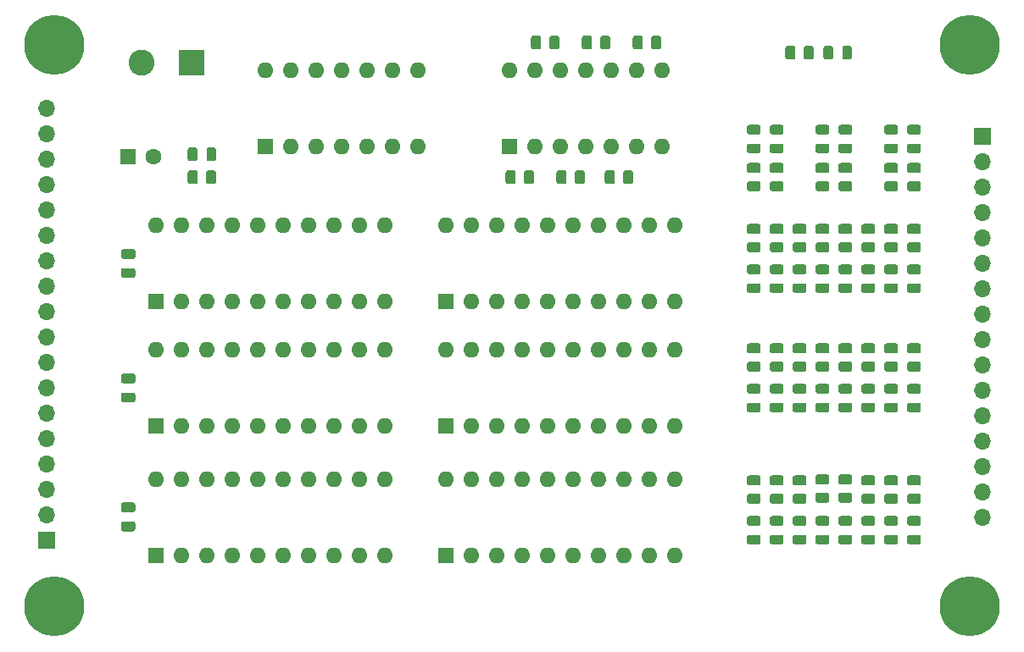
<source format=gbr>
%TF.GenerationSoftware,KiCad,Pcbnew,(5.1.9-0-10_14)*%
%TF.CreationDate,2021-07-04T10:57:11-04:00*%
%TF.ProjectId,register-smd,72656769-7374-4657-922d-736d642e6b69,rev?*%
%TF.SameCoordinates,Original*%
%TF.FileFunction,Soldermask,Top*%
%TF.FilePolarity,Negative*%
%FSLAX46Y46*%
G04 Gerber Fmt 4.6, Leading zero omitted, Abs format (unit mm)*
G04 Created by KiCad (PCBNEW (5.1.9-0-10_14)) date 2021-07-04 10:57:11*
%MOMM*%
%LPD*%
G01*
G04 APERTURE LIST*
%ADD10O,1.700000X1.700000*%
%ADD11R,1.700000X1.700000*%
%ADD12O,1.600000X1.600000*%
%ADD13R,1.600000X1.600000*%
%ADD14C,1.600000*%
%ADD15C,0.800000*%
%ADD16C,6.000000*%
%ADD17C,2.600000*%
%ADD18R,2.600000X2.600000*%
G04 APERTURE END LIST*
D10*
%TO.C,J2*%
X148590000Y-97028000D03*
X148590000Y-94488000D03*
X148590000Y-91948000D03*
X148590000Y-89408000D03*
X148590000Y-86868000D03*
X148590000Y-84328000D03*
X148590000Y-81788000D03*
X148590000Y-79248000D03*
X148590000Y-76708000D03*
X148590000Y-74168000D03*
X148590000Y-71628000D03*
X148590000Y-69088000D03*
X148590000Y-66548000D03*
X148590000Y-64008000D03*
X148590000Y-61468000D03*
D11*
X148590000Y-58928000D03*
%TD*%
%TO.C,R38*%
G36*
G01*
X71012000Y-63442002D02*
X71012000Y-62541998D01*
G75*
G02*
X71261998Y-62292000I249998J0D01*
G01*
X71787002Y-62292000D01*
G75*
G02*
X72037000Y-62541998I0J-249998D01*
G01*
X72037000Y-63442002D01*
G75*
G02*
X71787002Y-63692000I-249998J0D01*
G01*
X71261998Y-63692000D01*
G75*
G02*
X71012000Y-63442002I0J249998D01*
G01*
G37*
G36*
G01*
X69187000Y-63442002D02*
X69187000Y-62541998D01*
G75*
G02*
X69436998Y-62292000I249998J0D01*
G01*
X69962002Y-62292000D01*
G75*
G02*
X70212000Y-62541998I0J-249998D01*
G01*
X70212000Y-63442002D01*
G75*
G02*
X69962002Y-63692000I-249998J0D01*
G01*
X69436998Y-63692000D01*
G75*
G02*
X69187000Y-63442002I0J249998D01*
G01*
G37*
%TD*%
%TO.C,D32*%
G36*
G01*
X71062000Y-61162250D02*
X71062000Y-60249750D01*
G75*
G02*
X71305750Y-60006000I243750J0D01*
G01*
X71793250Y-60006000D01*
G75*
G02*
X72037000Y-60249750I0J-243750D01*
G01*
X72037000Y-61162250D01*
G75*
G02*
X71793250Y-61406000I-243750J0D01*
G01*
X71305750Y-61406000D01*
G75*
G02*
X71062000Y-61162250I0J243750D01*
G01*
G37*
G36*
G01*
X69187000Y-61162250D02*
X69187000Y-60249750D01*
G75*
G02*
X69430750Y-60006000I243750J0D01*
G01*
X69918250Y-60006000D01*
G75*
G02*
X70162000Y-60249750I0J-243750D01*
G01*
X70162000Y-61162250D01*
G75*
G02*
X69918250Y-61406000I-243750J0D01*
G01*
X69430750Y-61406000D01*
G75*
G02*
X69187000Y-61162250I0J243750D01*
G01*
G37*
%TD*%
D12*
%TO.C,U47*%
X66040000Y-67818000D03*
X88900000Y-75438000D03*
X68580000Y-67818000D03*
X86360000Y-75438000D03*
X71120000Y-67818000D03*
X83820000Y-75438000D03*
X73660000Y-67818000D03*
X81280000Y-75438000D03*
X76200000Y-67818000D03*
X78740000Y-75438000D03*
X78740000Y-67818000D03*
X76200000Y-75438000D03*
X81280000Y-67818000D03*
X73660000Y-75438000D03*
X83820000Y-67818000D03*
X71120000Y-75438000D03*
X86360000Y-67818000D03*
X68580000Y-75438000D03*
X88900000Y-67818000D03*
D13*
X66040000Y-75438000D03*
%TD*%
D12*
%TO.C,U7*%
X66040000Y-93218000D03*
X88900000Y-100838000D03*
X68580000Y-93218000D03*
X86360000Y-100838000D03*
X71120000Y-93218000D03*
X83820000Y-100838000D03*
X73660000Y-93218000D03*
X81280000Y-100838000D03*
X76200000Y-93218000D03*
X78740000Y-100838000D03*
X78740000Y-93218000D03*
X76200000Y-100838000D03*
X81280000Y-93218000D03*
X73660000Y-100838000D03*
X83820000Y-93218000D03*
X71120000Y-100838000D03*
X86360000Y-93218000D03*
X68580000Y-100838000D03*
X88900000Y-93218000D03*
D13*
X66040000Y-100838000D03*
%TD*%
D12*
%TO.C,U6*%
X94996000Y-93218000D03*
X117856000Y-100838000D03*
X97536000Y-93218000D03*
X115316000Y-100838000D03*
X100076000Y-93218000D03*
X112776000Y-100838000D03*
X102616000Y-93218000D03*
X110236000Y-100838000D03*
X105156000Y-93218000D03*
X107696000Y-100838000D03*
X107696000Y-93218000D03*
X105156000Y-100838000D03*
X110236000Y-93218000D03*
X102616000Y-100838000D03*
X112776000Y-93218000D03*
X100076000Y-100838000D03*
X115316000Y-93218000D03*
X97536000Y-100838000D03*
X117856000Y-93218000D03*
D13*
X94996000Y-100838000D03*
%TD*%
D12*
%TO.C,U5*%
X66040000Y-80264000D03*
X88900000Y-87884000D03*
X68580000Y-80264000D03*
X86360000Y-87884000D03*
X71120000Y-80264000D03*
X83820000Y-87884000D03*
X73660000Y-80264000D03*
X81280000Y-87884000D03*
X76200000Y-80264000D03*
X78740000Y-87884000D03*
X78740000Y-80264000D03*
X76200000Y-87884000D03*
X81280000Y-80264000D03*
X73660000Y-87884000D03*
X83820000Y-80264000D03*
X71120000Y-87884000D03*
X86360000Y-80264000D03*
X68580000Y-87884000D03*
X88900000Y-80264000D03*
D13*
X66040000Y-87884000D03*
%TD*%
D12*
%TO.C,U4*%
X101346000Y-52324000D03*
X116586000Y-59944000D03*
X103886000Y-52324000D03*
X114046000Y-59944000D03*
X106426000Y-52324000D03*
X111506000Y-59944000D03*
X108966000Y-52324000D03*
X108966000Y-59944000D03*
X111506000Y-52324000D03*
X106426000Y-59944000D03*
X114046000Y-52324000D03*
X103886000Y-59944000D03*
X116586000Y-52324000D03*
D13*
X101346000Y-59944000D03*
%TD*%
D12*
%TO.C,U3*%
X94996000Y-80264000D03*
X117856000Y-87884000D03*
X97536000Y-80264000D03*
X115316000Y-87884000D03*
X100076000Y-80264000D03*
X112776000Y-87884000D03*
X102616000Y-80264000D03*
X110236000Y-87884000D03*
X105156000Y-80264000D03*
X107696000Y-87884000D03*
X107696000Y-80264000D03*
X105156000Y-87884000D03*
X110236000Y-80264000D03*
X102616000Y-87884000D03*
X112776000Y-80264000D03*
X100076000Y-87884000D03*
X115316000Y-80264000D03*
X97536000Y-87884000D03*
X117856000Y-80264000D03*
D13*
X94996000Y-87884000D03*
%TD*%
D12*
%TO.C,U2*%
X76962000Y-52324000D03*
X92202000Y-59944000D03*
X79502000Y-52324000D03*
X89662000Y-59944000D03*
X82042000Y-52324000D03*
X87122000Y-59944000D03*
X84582000Y-52324000D03*
X84582000Y-59944000D03*
X87122000Y-52324000D03*
X82042000Y-59944000D03*
X89662000Y-52324000D03*
X79502000Y-59944000D03*
X92202000Y-52324000D03*
D13*
X76962000Y-59944000D03*
%TD*%
D12*
%TO.C,U1*%
X94996000Y-67818000D03*
X117856000Y-75438000D03*
X97536000Y-67818000D03*
X115316000Y-75438000D03*
X100076000Y-67818000D03*
X112776000Y-75438000D03*
X102616000Y-67818000D03*
X110236000Y-75438000D03*
X105156000Y-67818000D03*
X107696000Y-75438000D03*
X107696000Y-67818000D03*
X105156000Y-75438000D03*
X110236000Y-67818000D03*
X102616000Y-75438000D03*
X112776000Y-67818000D03*
X100076000Y-75438000D03*
X115316000Y-67818000D03*
X97536000Y-75438000D03*
X117856000Y-67818000D03*
D13*
X94996000Y-75438000D03*
%TD*%
%TO.C,R37*%
G36*
G01*
X104502000Y-49079998D02*
X104502000Y-49980002D01*
G75*
G02*
X104252002Y-50230000I-249998J0D01*
G01*
X103726998Y-50230000D01*
G75*
G02*
X103477000Y-49980002I0J249998D01*
G01*
X103477000Y-49079998D01*
G75*
G02*
X103726998Y-48830000I249998J0D01*
G01*
X104252002Y-48830000D01*
G75*
G02*
X104502000Y-49079998I0J-249998D01*
G01*
G37*
G36*
G01*
X106327000Y-49079998D02*
X106327000Y-49980002D01*
G75*
G02*
X106077002Y-50230000I-249998J0D01*
G01*
X105551998Y-50230000D01*
G75*
G02*
X105302000Y-49980002I0J249998D01*
G01*
X105302000Y-49079998D01*
G75*
G02*
X105551998Y-48830000I249998J0D01*
G01*
X106077002Y-48830000D01*
G75*
G02*
X106327000Y-49079998I0J-249998D01*
G01*
G37*
%TD*%
%TO.C,R36*%
G36*
G01*
X109582000Y-49079998D02*
X109582000Y-49980002D01*
G75*
G02*
X109332002Y-50230000I-249998J0D01*
G01*
X108806998Y-50230000D01*
G75*
G02*
X108557000Y-49980002I0J249998D01*
G01*
X108557000Y-49079998D01*
G75*
G02*
X108806998Y-48830000I249998J0D01*
G01*
X109332002Y-48830000D01*
G75*
G02*
X109582000Y-49079998I0J-249998D01*
G01*
G37*
G36*
G01*
X111407000Y-49079998D02*
X111407000Y-49980002D01*
G75*
G02*
X111157002Y-50230000I-249998J0D01*
G01*
X110631998Y-50230000D01*
G75*
G02*
X110382000Y-49980002I0J249998D01*
G01*
X110382000Y-49079998D01*
G75*
G02*
X110631998Y-48830000I249998J0D01*
G01*
X111157002Y-48830000D01*
G75*
G02*
X111407000Y-49079998I0J-249998D01*
G01*
G37*
%TD*%
%TO.C,R35*%
G36*
G01*
X114662000Y-49079998D02*
X114662000Y-49980002D01*
G75*
G02*
X114412002Y-50230000I-249998J0D01*
G01*
X113886998Y-50230000D01*
G75*
G02*
X113637000Y-49980002I0J249998D01*
G01*
X113637000Y-49079998D01*
G75*
G02*
X113886998Y-48830000I249998J0D01*
G01*
X114412002Y-48830000D01*
G75*
G02*
X114662000Y-49079998I0J-249998D01*
G01*
G37*
G36*
G01*
X116487000Y-49079998D02*
X116487000Y-49980002D01*
G75*
G02*
X116237002Y-50230000I-249998J0D01*
G01*
X115711998Y-50230000D01*
G75*
G02*
X115462000Y-49980002I0J249998D01*
G01*
X115462000Y-49079998D01*
G75*
G02*
X115711998Y-48830000I249998J0D01*
G01*
X116237002Y-48830000D01*
G75*
G02*
X116487000Y-49079998I0J-249998D01*
G01*
G37*
%TD*%
%TO.C,R34*%
G36*
G01*
X111868000Y-62541998D02*
X111868000Y-63442002D01*
G75*
G02*
X111618002Y-63692000I-249998J0D01*
G01*
X111092998Y-63692000D01*
G75*
G02*
X110843000Y-63442002I0J249998D01*
G01*
X110843000Y-62541998D01*
G75*
G02*
X111092998Y-62292000I249998J0D01*
G01*
X111618002Y-62292000D01*
G75*
G02*
X111868000Y-62541998I0J-249998D01*
G01*
G37*
G36*
G01*
X113693000Y-62541998D02*
X113693000Y-63442002D01*
G75*
G02*
X113443002Y-63692000I-249998J0D01*
G01*
X112917998Y-63692000D01*
G75*
G02*
X112668000Y-63442002I0J249998D01*
G01*
X112668000Y-62541998D01*
G75*
G02*
X112917998Y-62292000I249998J0D01*
G01*
X113443002Y-62292000D01*
G75*
G02*
X113693000Y-62541998I0J-249998D01*
G01*
G37*
%TD*%
%TO.C,R33*%
G36*
G01*
X107042000Y-62541998D02*
X107042000Y-63442002D01*
G75*
G02*
X106792002Y-63692000I-249998J0D01*
G01*
X106266998Y-63692000D01*
G75*
G02*
X106017000Y-63442002I0J249998D01*
G01*
X106017000Y-62541998D01*
G75*
G02*
X106266998Y-62292000I249998J0D01*
G01*
X106792002Y-62292000D01*
G75*
G02*
X107042000Y-62541998I0J-249998D01*
G01*
G37*
G36*
G01*
X108867000Y-62541998D02*
X108867000Y-63442002D01*
G75*
G02*
X108617002Y-63692000I-249998J0D01*
G01*
X108091998Y-63692000D01*
G75*
G02*
X107842000Y-63442002I0J249998D01*
G01*
X107842000Y-62541998D01*
G75*
G02*
X108091998Y-62292000I249998J0D01*
G01*
X108617002Y-62292000D01*
G75*
G02*
X108867000Y-62541998I0J-249998D01*
G01*
G37*
%TD*%
%TO.C,R32*%
G36*
G01*
X101962000Y-62541998D02*
X101962000Y-63442002D01*
G75*
G02*
X101712002Y-63692000I-249998J0D01*
G01*
X101186998Y-63692000D01*
G75*
G02*
X100937000Y-63442002I0J249998D01*
G01*
X100937000Y-62541998D01*
G75*
G02*
X101186998Y-62292000I249998J0D01*
G01*
X101712002Y-62292000D01*
G75*
G02*
X101962000Y-62541998I0J-249998D01*
G01*
G37*
G36*
G01*
X103787000Y-62541998D02*
X103787000Y-63442002D01*
G75*
G02*
X103537002Y-63692000I-249998J0D01*
G01*
X103011998Y-63692000D01*
G75*
G02*
X102762000Y-63442002I0J249998D01*
G01*
X102762000Y-62541998D01*
G75*
G02*
X103011998Y-62292000I249998J0D01*
G01*
X103537002Y-62292000D01*
G75*
G02*
X103787000Y-62541998I0J-249998D01*
G01*
G37*
%TD*%
D14*
%TO.C,C4*%
X65746000Y-60960000D03*
D13*
X63246000Y-60960000D03*
%TD*%
D10*
%TO.C,J8*%
X55118000Y-56134000D03*
X55118000Y-58674000D03*
X55118000Y-61214000D03*
X55118000Y-63754000D03*
X55118000Y-66294000D03*
X55118000Y-68834000D03*
X55118000Y-71374000D03*
X55118000Y-73914000D03*
X55118000Y-76454000D03*
X55118000Y-78994000D03*
X55118000Y-81534000D03*
X55118000Y-84074000D03*
X55118000Y-86614000D03*
X55118000Y-89154000D03*
X55118000Y-91694000D03*
X55118000Y-94234000D03*
X55118000Y-96774000D03*
D11*
X55118000Y-99314000D03*
%TD*%
D15*
%TO.C,REF\u002A\u002A*%
X148910990Y-104327010D03*
X147320000Y-103668000D03*
X145729010Y-104327010D03*
X145070000Y-105918000D03*
X145729010Y-107508990D03*
X147320000Y-108168000D03*
X148910990Y-107508990D03*
X149570000Y-105918000D03*
D16*
X147320000Y-105918000D03*
%TD*%
%TO.C,REF\u002A\u002A*%
X147320000Y-49784000D03*
D15*
X149570000Y-49784000D03*
X148910990Y-51374990D03*
X147320000Y-52034000D03*
X145729010Y-51374990D03*
X145070000Y-49784000D03*
X145729010Y-48193010D03*
X147320000Y-47534000D03*
X148910990Y-48193010D03*
%TD*%
%TO.C,R31*%
G36*
G01*
X141281998Y-63392000D02*
X142182002Y-63392000D01*
G75*
G02*
X142432000Y-63641998I0J-249998D01*
G01*
X142432000Y-64167002D01*
G75*
G02*
X142182002Y-64417000I-249998J0D01*
G01*
X141281998Y-64417000D01*
G75*
G02*
X141032000Y-64167002I0J249998D01*
G01*
X141032000Y-63641998D01*
G75*
G02*
X141281998Y-63392000I249998J0D01*
G01*
G37*
G36*
G01*
X141281998Y-61567000D02*
X142182002Y-61567000D01*
G75*
G02*
X142432000Y-61816998I0J-249998D01*
G01*
X142432000Y-62342002D01*
G75*
G02*
X142182002Y-62592000I-249998J0D01*
G01*
X141281998Y-62592000D01*
G75*
G02*
X141032000Y-62342002I0J249998D01*
G01*
X141032000Y-61816998D01*
G75*
G02*
X141281998Y-61567000I249998J0D01*
G01*
G37*
%TD*%
%TO.C,R30*%
G36*
G01*
X138995998Y-63392000D02*
X139896002Y-63392000D01*
G75*
G02*
X140146000Y-63641998I0J-249998D01*
G01*
X140146000Y-64167002D01*
G75*
G02*
X139896002Y-64417000I-249998J0D01*
G01*
X138995998Y-64417000D01*
G75*
G02*
X138746000Y-64167002I0J249998D01*
G01*
X138746000Y-63641998D01*
G75*
G02*
X138995998Y-63392000I249998J0D01*
G01*
G37*
G36*
G01*
X138995998Y-61567000D02*
X139896002Y-61567000D01*
G75*
G02*
X140146000Y-61816998I0J-249998D01*
G01*
X140146000Y-62342002D01*
G75*
G02*
X139896002Y-62592000I-249998J0D01*
G01*
X138995998Y-62592000D01*
G75*
G02*
X138746000Y-62342002I0J249998D01*
G01*
X138746000Y-61816998D01*
G75*
G02*
X138995998Y-61567000I249998J0D01*
G01*
G37*
%TD*%
%TO.C,R29*%
G36*
G01*
X126180002Y-93834000D02*
X125279998Y-93834000D01*
G75*
G02*
X125030000Y-93584002I0J249998D01*
G01*
X125030000Y-93058998D01*
G75*
G02*
X125279998Y-92809000I249998J0D01*
G01*
X126180002Y-92809000D01*
G75*
G02*
X126430000Y-93058998I0J-249998D01*
G01*
X126430000Y-93584002D01*
G75*
G02*
X126180002Y-93834000I-249998J0D01*
G01*
G37*
G36*
G01*
X126180002Y-95659000D02*
X125279998Y-95659000D01*
G75*
G02*
X125030000Y-95409002I0J249998D01*
G01*
X125030000Y-94883998D01*
G75*
G02*
X125279998Y-94634000I249998J0D01*
G01*
X126180002Y-94634000D01*
G75*
G02*
X126430000Y-94883998I0J-249998D01*
G01*
X126430000Y-95409002D01*
G75*
G02*
X126180002Y-95659000I-249998J0D01*
G01*
G37*
%TD*%
%TO.C,R28*%
G36*
G01*
X128466002Y-93834000D02*
X127565998Y-93834000D01*
G75*
G02*
X127316000Y-93584002I0J249998D01*
G01*
X127316000Y-93058998D01*
G75*
G02*
X127565998Y-92809000I249998J0D01*
G01*
X128466002Y-92809000D01*
G75*
G02*
X128716000Y-93058998I0J-249998D01*
G01*
X128716000Y-93584002D01*
G75*
G02*
X128466002Y-93834000I-249998J0D01*
G01*
G37*
G36*
G01*
X128466002Y-95659000D02*
X127565998Y-95659000D01*
G75*
G02*
X127316000Y-95409002I0J249998D01*
G01*
X127316000Y-94883998D01*
G75*
G02*
X127565998Y-94634000I249998J0D01*
G01*
X128466002Y-94634000D01*
G75*
G02*
X128716000Y-94883998I0J-249998D01*
G01*
X128716000Y-95409002D01*
G75*
G02*
X128466002Y-95659000I-249998J0D01*
G01*
G37*
%TD*%
%TO.C,R27*%
G36*
G01*
X130752002Y-93834000D02*
X129851998Y-93834000D01*
G75*
G02*
X129602000Y-93584002I0J249998D01*
G01*
X129602000Y-93058998D01*
G75*
G02*
X129851998Y-92809000I249998J0D01*
G01*
X130752002Y-92809000D01*
G75*
G02*
X131002000Y-93058998I0J-249998D01*
G01*
X131002000Y-93584002D01*
G75*
G02*
X130752002Y-93834000I-249998J0D01*
G01*
G37*
G36*
G01*
X130752002Y-95659000D02*
X129851998Y-95659000D01*
G75*
G02*
X129602000Y-95409002I0J249998D01*
G01*
X129602000Y-94883998D01*
G75*
G02*
X129851998Y-94634000I249998J0D01*
G01*
X130752002Y-94634000D01*
G75*
G02*
X131002000Y-94883998I0J-249998D01*
G01*
X131002000Y-95409002D01*
G75*
G02*
X130752002Y-95659000I-249998J0D01*
G01*
G37*
%TD*%
%TO.C,R26*%
G36*
G01*
X133038002Y-93730500D02*
X132137998Y-93730500D01*
G75*
G02*
X131888000Y-93480502I0J249998D01*
G01*
X131888000Y-92955498D01*
G75*
G02*
X132137998Y-92705500I249998J0D01*
G01*
X133038002Y-92705500D01*
G75*
G02*
X133288000Y-92955498I0J-249998D01*
G01*
X133288000Y-93480502D01*
G75*
G02*
X133038002Y-93730500I-249998J0D01*
G01*
G37*
G36*
G01*
X133038002Y-95555500D02*
X132137998Y-95555500D01*
G75*
G02*
X131888000Y-95305502I0J249998D01*
G01*
X131888000Y-94780498D01*
G75*
G02*
X132137998Y-94530500I249998J0D01*
G01*
X133038002Y-94530500D01*
G75*
G02*
X133288000Y-94780498I0J-249998D01*
G01*
X133288000Y-95305502D01*
G75*
G02*
X133038002Y-95555500I-249998J0D01*
G01*
G37*
%TD*%
%TO.C,R25*%
G36*
G01*
X135324002Y-93730500D02*
X134423998Y-93730500D01*
G75*
G02*
X134174000Y-93480502I0J249998D01*
G01*
X134174000Y-92955498D01*
G75*
G02*
X134423998Y-92705500I249998J0D01*
G01*
X135324002Y-92705500D01*
G75*
G02*
X135574000Y-92955498I0J-249998D01*
G01*
X135574000Y-93480502D01*
G75*
G02*
X135324002Y-93730500I-249998J0D01*
G01*
G37*
G36*
G01*
X135324002Y-95555500D02*
X134423998Y-95555500D01*
G75*
G02*
X134174000Y-95305502I0J249998D01*
G01*
X134174000Y-94780498D01*
G75*
G02*
X134423998Y-94530500I249998J0D01*
G01*
X135324002Y-94530500D01*
G75*
G02*
X135574000Y-94780498I0J-249998D01*
G01*
X135574000Y-95305502D01*
G75*
G02*
X135324002Y-95555500I-249998J0D01*
G01*
G37*
%TD*%
%TO.C,R24*%
G36*
G01*
X137610002Y-93834000D02*
X136709998Y-93834000D01*
G75*
G02*
X136460000Y-93584002I0J249998D01*
G01*
X136460000Y-93058998D01*
G75*
G02*
X136709998Y-92809000I249998J0D01*
G01*
X137610002Y-92809000D01*
G75*
G02*
X137860000Y-93058998I0J-249998D01*
G01*
X137860000Y-93584002D01*
G75*
G02*
X137610002Y-93834000I-249998J0D01*
G01*
G37*
G36*
G01*
X137610002Y-95659000D02*
X136709998Y-95659000D01*
G75*
G02*
X136460000Y-95409002I0J249998D01*
G01*
X136460000Y-94883998D01*
G75*
G02*
X136709998Y-94634000I249998J0D01*
G01*
X137610002Y-94634000D01*
G75*
G02*
X137860000Y-94883998I0J-249998D01*
G01*
X137860000Y-95409002D01*
G75*
G02*
X137610002Y-95659000I-249998J0D01*
G01*
G37*
%TD*%
%TO.C,R23*%
G36*
G01*
X139896002Y-93834000D02*
X138995998Y-93834000D01*
G75*
G02*
X138746000Y-93584002I0J249998D01*
G01*
X138746000Y-93058998D01*
G75*
G02*
X138995998Y-92809000I249998J0D01*
G01*
X139896002Y-92809000D01*
G75*
G02*
X140146000Y-93058998I0J-249998D01*
G01*
X140146000Y-93584002D01*
G75*
G02*
X139896002Y-93834000I-249998J0D01*
G01*
G37*
G36*
G01*
X139896002Y-95659000D02*
X138995998Y-95659000D01*
G75*
G02*
X138746000Y-95409002I0J249998D01*
G01*
X138746000Y-94883998D01*
G75*
G02*
X138995998Y-94634000I249998J0D01*
G01*
X139896002Y-94634000D01*
G75*
G02*
X140146000Y-94883998I0J-249998D01*
G01*
X140146000Y-95409002D01*
G75*
G02*
X139896002Y-95659000I-249998J0D01*
G01*
G37*
%TD*%
%TO.C,R22*%
G36*
G01*
X142182002Y-93834000D02*
X141281998Y-93834000D01*
G75*
G02*
X141032000Y-93584002I0J249998D01*
G01*
X141032000Y-93058998D01*
G75*
G02*
X141281998Y-92809000I249998J0D01*
G01*
X142182002Y-92809000D01*
G75*
G02*
X142432000Y-93058998I0J-249998D01*
G01*
X142432000Y-93584002D01*
G75*
G02*
X142182002Y-93834000I-249998J0D01*
G01*
G37*
G36*
G01*
X142182002Y-95659000D02*
X141281998Y-95659000D01*
G75*
G02*
X141032000Y-95409002I0J249998D01*
G01*
X141032000Y-94883998D01*
G75*
G02*
X141281998Y-94634000I249998J0D01*
G01*
X142182002Y-94634000D01*
G75*
G02*
X142432000Y-94883998I0J-249998D01*
G01*
X142432000Y-95409002D01*
G75*
G02*
X142182002Y-95659000I-249998J0D01*
G01*
G37*
%TD*%
%TO.C,D31*%
G36*
G01*
X142188250Y-58732000D02*
X141275750Y-58732000D01*
G75*
G02*
X141032000Y-58488250I0J243750D01*
G01*
X141032000Y-58000750D01*
G75*
G02*
X141275750Y-57757000I243750J0D01*
G01*
X142188250Y-57757000D01*
G75*
G02*
X142432000Y-58000750I0J-243750D01*
G01*
X142432000Y-58488250D01*
G75*
G02*
X142188250Y-58732000I-243750J0D01*
G01*
G37*
G36*
G01*
X142188250Y-60607000D02*
X141275750Y-60607000D01*
G75*
G02*
X141032000Y-60363250I0J243750D01*
G01*
X141032000Y-59875750D01*
G75*
G02*
X141275750Y-59632000I243750J0D01*
G01*
X142188250Y-59632000D01*
G75*
G02*
X142432000Y-59875750I0J-243750D01*
G01*
X142432000Y-60363250D01*
G75*
G02*
X142188250Y-60607000I-243750J0D01*
G01*
G37*
%TD*%
%TO.C,D30*%
G36*
G01*
X139902250Y-58732000D02*
X138989750Y-58732000D01*
G75*
G02*
X138746000Y-58488250I0J243750D01*
G01*
X138746000Y-58000750D01*
G75*
G02*
X138989750Y-57757000I243750J0D01*
G01*
X139902250Y-57757000D01*
G75*
G02*
X140146000Y-58000750I0J-243750D01*
G01*
X140146000Y-58488250D01*
G75*
G02*
X139902250Y-58732000I-243750J0D01*
G01*
G37*
G36*
G01*
X139902250Y-60607000D02*
X138989750Y-60607000D01*
G75*
G02*
X138746000Y-60363250I0J243750D01*
G01*
X138746000Y-59875750D01*
G75*
G02*
X138989750Y-59632000I243750J0D01*
G01*
X139902250Y-59632000D01*
G75*
G02*
X140146000Y-59875750I0J-243750D01*
G01*
X140146000Y-60363250D01*
G75*
G02*
X139902250Y-60607000I-243750J0D01*
G01*
G37*
%TD*%
%TO.C,D29*%
G36*
G01*
X125273750Y-98748000D02*
X126186250Y-98748000D01*
G75*
G02*
X126430000Y-98991750I0J-243750D01*
G01*
X126430000Y-99479250D01*
G75*
G02*
X126186250Y-99723000I-243750J0D01*
G01*
X125273750Y-99723000D01*
G75*
G02*
X125030000Y-99479250I0J243750D01*
G01*
X125030000Y-98991750D01*
G75*
G02*
X125273750Y-98748000I243750J0D01*
G01*
G37*
G36*
G01*
X125273750Y-96873000D02*
X126186250Y-96873000D01*
G75*
G02*
X126430000Y-97116750I0J-243750D01*
G01*
X126430000Y-97604250D01*
G75*
G02*
X126186250Y-97848000I-243750J0D01*
G01*
X125273750Y-97848000D01*
G75*
G02*
X125030000Y-97604250I0J243750D01*
G01*
X125030000Y-97116750D01*
G75*
G02*
X125273750Y-96873000I243750J0D01*
G01*
G37*
%TD*%
%TO.C,D28*%
G36*
G01*
X127559750Y-98748000D02*
X128472250Y-98748000D01*
G75*
G02*
X128716000Y-98991750I0J-243750D01*
G01*
X128716000Y-99479250D01*
G75*
G02*
X128472250Y-99723000I-243750J0D01*
G01*
X127559750Y-99723000D01*
G75*
G02*
X127316000Y-99479250I0J243750D01*
G01*
X127316000Y-98991750D01*
G75*
G02*
X127559750Y-98748000I243750J0D01*
G01*
G37*
G36*
G01*
X127559750Y-96873000D02*
X128472250Y-96873000D01*
G75*
G02*
X128716000Y-97116750I0J-243750D01*
G01*
X128716000Y-97604250D01*
G75*
G02*
X128472250Y-97848000I-243750J0D01*
G01*
X127559750Y-97848000D01*
G75*
G02*
X127316000Y-97604250I0J243750D01*
G01*
X127316000Y-97116750D01*
G75*
G02*
X127559750Y-96873000I243750J0D01*
G01*
G37*
%TD*%
%TO.C,D27*%
G36*
G01*
X129845750Y-98748000D02*
X130758250Y-98748000D01*
G75*
G02*
X131002000Y-98991750I0J-243750D01*
G01*
X131002000Y-99479250D01*
G75*
G02*
X130758250Y-99723000I-243750J0D01*
G01*
X129845750Y-99723000D01*
G75*
G02*
X129602000Y-99479250I0J243750D01*
G01*
X129602000Y-98991750D01*
G75*
G02*
X129845750Y-98748000I243750J0D01*
G01*
G37*
G36*
G01*
X129845750Y-96873000D02*
X130758250Y-96873000D01*
G75*
G02*
X131002000Y-97116750I0J-243750D01*
G01*
X131002000Y-97604250D01*
G75*
G02*
X130758250Y-97848000I-243750J0D01*
G01*
X129845750Y-97848000D01*
G75*
G02*
X129602000Y-97604250I0J243750D01*
G01*
X129602000Y-97116750D01*
G75*
G02*
X129845750Y-96873000I243750J0D01*
G01*
G37*
%TD*%
%TO.C,D26*%
G36*
G01*
X132131750Y-98748000D02*
X133044250Y-98748000D01*
G75*
G02*
X133288000Y-98991750I0J-243750D01*
G01*
X133288000Y-99479250D01*
G75*
G02*
X133044250Y-99723000I-243750J0D01*
G01*
X132131750Y-99723000D01*
G75*
G02*
X131888000Y-99479250I0J243750D01*
G01*
X131888000Y-98991750D01*
G75*
G02*
X132131750Y-98748000I243750J0D01*
G01*
G37*
G36*
G01*
X132131750Y-96873000D02*
X133044250Y-96873000D01*
G75*
G02*
X133288000Y-97116750I0J-243750D01*
G01*
X133288000Y-97604250D01*
G75*
G02*
X133044250Y-97848000I-243750J0D01*
G01*
X132131750Y-97848000D01*
G75*
G02*
X131888000Y-97604250I0J243750D01*
G01*
X131888000Y-97116750D01*
G75*
G02*
X132131750Y-96873000I243750J0D01*
G01*
G37*
%TD*%
%TO.C,D25*%
G36*
G01*
X134417750Y-98748000D02*
X135330250Y-98748000D01*
G75*
G02*
X135574000Y-98991750I0J-243750D01*
G01*
X135574000Y-99479250D01*
G75*
G02*
X135330250Y-99723000I-243750J0D01*
G01*
X134417750Y-99723000D01*
G75*
G02*
X134174000Y-99479250I0J243750D01*
G01*
X134174000Y-98991750D01*
G75*
G02*
X134417750Y-98748000I243750J0D01*
G01*
G37*
G36*
G01*
X134417750Y-96873000D02*
X135330250Y-96873000D01*
G75*
G02*
X135574000Y-97116750I0J-243750D01*
G01*
X135574000Y-97604250D01*
G75*
G02*
X135330250Y-97848000I-243750J0D01*
G01*
X134417750Y-97848000D01*
G75*
G02*
X134174000Y-97604250I0J243750D01*
G01*
X134174000Y-97116750D01*
G75*
G02*
X134417750Y-96873000I243750J0D01*
G01*
G37*
%TD*%
%TO.C,D24*%
G36*
G01*
X136703750Y-98748000D02*
X137616250Y-98748000D01*
G75*
G02*
X137860000Y-98991750I0J-243750D01*
G01*
X137860000Y-99479250D01*
G75*
G02*
X137616250Y-99723000I-243750J0D01*
G01*
X136703750Y-99723000D01*
G75*
G02*
X136460000Y-99479250I0J243750D01*
G01*
X136460000Y-98991750D01*
G75*
G02*
X136703750Y-98748000I243750J0D01*
G01*
G37*
G36*
G01*
X136703750Y-96873000D02*
X137616250Y-96873000D01*
G75*
G02*
X137860000Y-97116750I0J-243750D01*
G01*
X137860000Y-97604250D01*
G75*
G02*
X137616250Y-97848000I-243750J0D01*
G01*
X136703750Y-97848000D01*
G75*
G02*
X136460000Y-97604250I0J243750D01*
G01*
X136460000Y-97116750D01*
G75*
G02*
X136703750Y-96873000I243750J0D01*
G01*
G37*
%TD*%
%TO.C,D23*%
G36*
G01*
X138989750Y-98748000D02*
X139902250Y-98748000D01*
G75*
G02*
X140146000Y-98991750I0J-243750D01*
G01*
X140146000Y-99479250D01*
G75*
G02*
X139902250Y-99723000I-243750J0D01*
G01*
X138989750Y-99723000D01*
G75*
G02*
X138746000Y-99479250I0J243750D01*
G01*
X138746000Y-98991750D01*
G75*
G02*
X138989750Y-98748000I243750J0D01*
G01*
G37*
G36*
G01*
X138989750Y-96873000D02*
X139902250Y-96873000D01*
G75*
G02*
X140146000Y-97116750I0J-243750D01*
G01*
X140146000Y-97604250D01*
G75*
G02*
X139902250Y-97848000I-243750J0D01*
G01*
X138989750Y-97848000D01*
G75*
G02*
X138746000Y-97604250I0J243750D01*
G01*
X138746000Y-97116750D01*
G75*
G02*
X138989750Y-96873000I243750J0D01*
G01*
G37*
%TD*%
%TO.C,D22*%
G36*
G01*
X141275750Y-98748000D02*
X142188250Y-98748000D01*
G75*
G02*
X142432000Y-98991750I0J-243750D01*
G01*
X142432000Y-99479250D01*
G75*
G02*
X142188250Y-99723000I-243750J0D01*
G01*
X141275750Y-99723000D01*
G75*
G02*
X141032000Y-99479250I0J243750D01*
G01*
X141032000Y-98991750D01*
G75*
G02*
X141275750Y-98748000I243750J0D01*
G01*
G37*
G36*
G01*
X141275750Y-96873000D02*
X142188250Y-96873000D01*
G75*
G02*
X142432000Y-97116750I0J-243750D01*
G01*
X142432000Y-97604250D01*
G75*
G02*
X142188250Y-97848000I-243750J0D01*
G01*
X141275750Y-97848000D01*
G75*
G02*
X141032000Y-97604250I0J243750D01*
G01*
X141032000Y-97116750D01*
G75*
G02*
X141275750Y-96873000I243750J0D01*
G01*
G37*
%TD*%
D16*
%TO.C,REF\u002A\u002A*%
X55880000Y-105918000D03*
D15*
X58130000Y-105918000D03*
X57470990Y-107508990D03*
X55880000Y-108168000D03*
X54289010Y-107508990D03*
X53630000Y-105918000D03*
X54289010Y-104327010D03*
X55880000Y-103668000D03*
X57470990Y-104327010D03*
%TD*%
D17*
%TO.C,J1*%
X64596000Y-51562000D03*
D18*
X69596000Y-51562000D03*
%TD*%
D15*
%TO.C,REF\u002A\u002A*%
X57470990Y-48193010D03*
X55880000Y-47534000D03*
X54289010Y-48193010D03*
X53630000Y-49784000D03*
X54289010Y-51374990D03*
X55880000Y-52034000D03*
X57470990Y-51374990D03*
X58130000Y-49784000D03*
D16*
X55880000Y-49784000D03*
%TD*%
%TO.C,R21*%
G36*
G01*
X134423998Y-63392000D02*
X135324002Y-63392000D01*
G75*
G02*
X135574000Y-63641998I0J-249998D01*
G01*
X135574000Y-64167002D01*
G75*
G02*
X135324002Y-64417000I-249998J0D01*
G01*
X134423998Y-64417000D01*
G75*
G02*
X134174000Y-64167002I0J249998D01*
G01*
X134174000Y-63641998D01*
G75*
G02*
X134423998Y-63392000I249998J0D01*
G01*
G37*
G36*
G01*
X134423998Y-61567000D02*
X135324002Y-61567000D01*
G75*
G02*
X135574000Y-61816998I0J-249998D01*
G01*
X135574000Y-62342002D01*
G75*
G02*
X135324002Y-62592000I-249998J0D01*
G01*
X134423998Y-62592000D01*
G75*
G02*
X134174000Y-62342002I0J249998D01*
G01*
X134174000Y-61816998D01*
G75*
G02*
X134423998Y-61567000I249998J0D01*
G01*
G37*
%TD*%
%TO.C,R20*%
G36*
G01*
X132137998Y-63392000D02*
X133038002Y-63392000D01*
G75*
G02*
X133288000Y-63641998I0J-249998D01*
G01*
X133288000Y-64167002D01*
G75*
G02*
X133038002Y-64417000I-249998J0D01*
G01*
X132137998Y-64417000D01*
G75*
G02*
X131888000Y-64167002I0J249998D01*
G01*
X131888000Y-63641998D01*
G75*
G02*
X132137998Y-63392000I249998J0D01*
G01*
G37*
G36*
G01*
X132137998Y-61567000D02*
X133038002Y-61567000D01*
G75*
G02*
X133288000Y-61816998I0J-249998D01*
G01*
X133288000Y-62342002D01*
G75*
G02*
X133038002Y-62592000I-249998J0D01*
G01*
X132137998Y-62592000D01*
G75*
G02*
X131888000Y-62342002I0J249998D01*
G01*
X131888000Y-61816998D01*
G75*
G02*
X132137998Y-61567000I249998J0D01*
G01*
G37*
%TD*%
%TO.C,R19*%
G36*
G01*
X126180002Y-80626000D02*
X125279998Y-80626000D01*
G75*
G02*
X125030000Y-80376002I0J249998D01*
G01*
X125030000Y-79850998D01*
G75*
G02*
X125279998Y-79601000I249998J0D01*
G01*
X126180002Y-79601000D01*
G75*
G02*
X126430000Y-79850998I0J-249998D01*
G01*
X126430000Y-80376002D01*
G75*
G02*
X126180002Y-80626000I-249998J0D01*
G01*
G37*
G36*
G01*
X126180002Y-82451000D02*
X125279998Y-82451000D01*
G75*
G02*
X125030000Y-82201002I0J249998D01*
G01*
X125030000Y-81675998D01*
G75*
G02*
X125279998Y-81426000I249998J0D01*
G01*
X126180002Y-81426000D01*
G75*
G02*
X126430000Y-81675998I0J-249998D01*
G01*
X126430000Y-82201002D01*
G75*
G02*
X126180002Y-82451000I-249998J0D01*
G01*
G37*
%TD*%
%TO.C,R18*%
G36*
G01*
X128466002Y-80626000D02*
X127565998Y-80626000D01*
G75*
G02*
X127316000Y-80376002I0J249998D01*
G01*
X127316000Y-79850998D01*
G75*
G02*
X127565998Y-79601000I249998J0D01*
G01*
X128466002Y-79601000D01*
G75*
G02*
X128716000Y-79850998I0J-249998D01*
G01*
X128716000Y-80376002D01*
G75*
G02*
X128466002Y-80626000I-249998J0D01*
G01*
G37*
G36*
G01*
X128466002Y-82451000D02*
X127565998Y-82451000D01*
G75*
G02*
X127316000Y-82201002I0J249998D01*
G01*
X127316000Y-81675998D01*
G75*
G02*
X127565998Y-81426000I249998J0D01*
G01*
X128466002Y-81426000D01*
G75*
G02*
X128716000Y-81675998I0J-249998D01*
G01*
X128716000Y-82201002D01*
G75*
G02*
X128466002Y-82451000I-249998J0D01*
G01*
G37*
%TD*%
%TO.C,R17*%
G36*
G01*
X130752002Y-80626000D02*
X129851998Y-80626000D01*
G75*
G02*
X129602000Y-80376002I0J249998D01*
G01*
X129602000Y-79850998D01*
G75*
G02*
X129851998Y-79601000I249998J0D01*
G01*
X130752002Y-79601000D01*
G75*
G02*
X131002000Y-79850998I0J-249998D01*
G01*
X131002000Y-80376002D01*
G75*
G02*
X130752002Y-80626000I-249998J0D01*
G01*
G37*
G36*
G01*
X130752002Y-82451000D02*
X129851998Y-82451000D01*
G75*
G02*
X129602000Y-82201002I0J249998D01*
G01*
X129602000Y-81675998D01*
G75*
G02*
X129851998Y-81426000I249998J0D01*
G01*
X130752002Y-81426000D01*
G75*
G02*
X131002000Y-81675998I0J-249998D01*
G01*
X131002000Y-82201002D01*
G75*
G02*
X130752002Y-82451000I-249998J0D01*
G01*
G37*
%TD*%
%TO.C,R16*%
G36*
G01*
X133038002Y-80626000D02*
X132137998Y-80626000D01*
G75*
G02*
X131888000Y-80376002I0J249998D01*
G01*
X131888000Y-79850998D01*
G75*
G02*
X132137998Y-79601000I249998J0D01*
G01*
X133038002Y-79601000D01*
G75*
G02*
X133288000Y-79850998I0J-249998D01*
G01*
X133288000Y-80376002D01*
G75*
G02*
X133038002Y-80626000I-249998J0D01*
G01*
G37*
G36*
G01*
X133038002Y-82451000D02*
X132137998Y-82451000D01*
G75*
G02*
X131888000Y-82201002I0J249998D01*
G01*
X131888000Y-81675998D01*
G75*
G02*
X132137998Y-81426000I249998J0D01*
G01*
X133038002Y-81426000D01*
G75*
G02*
X133288000Y-81675998I0J-249998D01*
G01*
X133288000Y-82201002D01*
G75*
G02*
X133038002Y-82451000I-249998J0D01*
G01*
G37*
%TD*%
%TO.C,R15*%
G36*
G01*
X135324002Y-80626000D02*
X134423998Y-80626000D01*
G75*
G02*
X134174000Y-80376002I0J249998D01*
G01*
X134174000Y-79850998D01*
G75*
G02*
X134423998Y-79601000I249998J0D01*
G01*
X135324002Y-79601000D01*
G75*
G02*
X135574000Y-79850998I0J-249998D01*
G01*
X135574000Y-80376002D01*
G75*
G02*
X135324002Y-80626000I-249998J0D01*
G01*
G37*
G36*
G01*
X135324002Y-82451000D02*
X134423998Y-82451000D01*
G75*
G02*
X134174000Y-82201002I0J249998D01*
G01*
X134174000Y-81675998D01*
G75*
G02*
X134423998Y-81426000I249998J0D01*
G01*
X135324002Y-81426000D01*
G75*
G02*
X135574000Y-81675998I0J-249998D01*
G01*
X135574000Y-82201002D01*
G75*
G02*
X135324002Y-82451000I-249998J0D01*
G01*
G37*
%TD*%
%TO.C,R14*%
G36*
G01*
X137610002Y-80626000D02*
X136709998Y-80626000D01*
G75*
G02*
X136460000Y-80376002I0J249998D01*
G01*
X136460000Y-79850998D01*
G75*
G02*
X136709998Y-79601000I249998J0D01*
G01*
X137610002Y-79601000D01*
G75*
G02*
X137860000Y-79850998I0J-249998D01*
G01*
X137860000Y-80376002D01*
G75*
G02*
X137610002Y-80626000I-249998J0D01*
G01*
G37*
G36*
G01*
X137610002Y-82451000D02*
X136709998Y-82451000D01*
G75*
G02*
X136460000Y-82201002I0J249998D01*
G01*
X136460000Y-81675998D01*
G75*
G02*
X136709998Y-81426000I249998J0D01*
G01*
X137610002Y-81426000D01*
G75*
G02*
X137860000Y-81675998I0J-249998D01*
G01*
X137860000Y-82201002D01*
G75*
G02*
X137610002Y-82451000I-249998J0D01*
G01*
G37*
%TD*%
%TO.C,R13*%
G36*
G01*
X139896002Y-80626000D02*
X138995998Y-80626000D01*
G75*
G02*
X138746000Y-80376002I0J249998D01*
G01*
X138746000Y-79850998D01*
G75*
G02*
X138995998Y-79601000I249998J0D01*
G01*
X139896002Y-79601000D01*
G75*
G02*
X140146000Y-79850998I0J-249998D01*
G01*
X140146000Y-80376002D01*
G75*
G02*
X139896002Y-80626000I-249998J0D01*
G01*
G37*
G36*
G01*
X139896002Y-82451000D02*
X138995998Y-82451000D01*
G75*
G02*
X138746000Y-82201002I0J249998D01*
G01*
X138746000Y-81675998D01*
G75*
G02*
X138995998Y-81426000I249998J0D01*
G01*
X139896002Y-81426000D01*
G75*
G02*
X140146000Y-81675998I0J-249998D01*
G01*
X140146000Y-82201002D01*
G75*
G02*
X139896002Y-82451000I-249998J0D01*
G01*
G37*
%TD*%
%TO.C,R12*%
G36*
G01*
X142182002Y-80626000D02*
X141281998Y-80626000D01*
G75*
G02*
X141032000Y-80376002I0J249998D01*
G01*
X141032000Y-79850998D01*
G75*
G02*
X141281998Y-79601000I249998J0D01*
G01*
X142182002Y-79601000D01*
G75*
G02*
X142432000Y-79850998I0J-249998D01*
G01*
X142432000Y-80376002D01*
G75*
G02*
X142182002Y-80626000I-249998J0D01*
G01*
G37*
G36*
G01*
X142182002Y-82451000D02*
X141281998Y-82451000D01*
G75*
G02*
X141032000Y-82201002I0J249998D01*
G01*
X141032000Y-81675998D01*
G75*
G02*
X141281998Y-81426000I249998J0D01*
G01*
X142182002Y-81426000D01*
G75*
G02*
X142432000Y-81675998I0J-249998D01*
G01*
X142432000Y-82201002D01*
G75*
G02*
X142182002Y-82451000I-249998J0D01*
G01*
G37*
%TD*%
%TO.C,D21*%
G36*
G01*
X135330250Y-58732000D02*
X134417750Y-58732000D01*
G75*
G02*
X134174000Y-58488250I0J243750D01*
G01*
X134174000Y-58000750D01*
G75*
G02*
X134417750Y-57757000I243750J0D01*
G01*
X135330250Y-57757000D01*
G75*
G02*
X135574000Y-58000750I0J-243750D01*
G01*
X135574000Y-58488250D01*
G75*
G02*
X135330250Y-58732000I-243750J0D01*
G01*
G37*
G36*
G01*
X135330250Y-60607000D02*
X134417750Y-60607000D01*
G75*
G02*
X134174000Y-60363250I0J243750D01*
G01*
X134174000Y-59875750D01*
G75*
G02*
X134417750Y-59632000I243750J0D01*
G01*
X135330250Y-59632000D01*
G75*
G02*
X135574000Y-59875750I0J-243750D01*
G01*
X135574000Y-60363250D01*
G75*
G02*
X135330250Y-60607000I-243750J0D01*
G01*
G37*
%TD*%
%TO.C,D20*%
G36*
G01*
X133044250Y-58732000D02*
X132131750Y-58732000D01*
G75*
G02*
X131888000Y-58488250I0J243750D01*
G01*
X131888000Y-58000750D01*
G75*
G02*
X132131750Y-57757000I243750J0D01*
G01*
X133044250Y-57757000D01*
G75*
G02*
X133288000Y-58000750I0J-243750D01*
G01*
X133288000Y-58488250D01*
G75*
G02*
X133044250Y-58732000I-243750J0D01*
G01*
G37*
G36*
G01*
X133044250Y-60607000D02*
X132131750Y-60607000D01*
G75*
G02*
X131888000Y-60363250I0J243750D01*
G01*
X131888000Y-59875750D01*
G75*
G02*
X132131750Y-59632000I243750J0D01*
G01*
X133044250Y-59632000D01*
G75*
G02*
X133288000Y-59875750I0J-243750D01*
G01*
X133288000Y-60363250D01*
G75*
G02*
X133044250Y-60607000I-243750J0D01*
G01*
G37*
%TD*%
%TO.C,D19*%
G36*
G01*
X125273750Y-85540000D02*
X126186250Y-85540000D01*
G75*
G02*
X126430000Y-85783750I0J-243750D01*
G01*
X126430000Y-86271250D01*
G75*
G02*
X126186250Y-86515000I-243750J0D01*
G01*
X125273750Y-86515000D01*
G75*
G02*
X125030000Y-86271250I0J243750D01*
G01*
X125030000Y-85783750D01*
G75*
G02*
X125273750Y-85540000I243750J0D01*
G01*
G37*
G36*
G01*
X125273750Y-83665000D02*
X126186250Y-83665000D01*
G75*
G02*
X126430000Y-83908750I0J-243750D01*
G01*
X126430000Y-84396250D01*
G75*
G02*
X126186250Y-84640000I-243750J0D01*
G01*
X125273750Y-84640000D01*
G75*
G02*
X125030000Y-84396250I0J243750D01*
G01*
X125030000Y-83908750D01*
G75*
G02*
X125273750Y-83665000I243750J0D01*
G01*
G37*
%TD*%
%TO.C,D18*%
G36*
G01*
X127559750Y-85540000D02*
X128472250Y-85540000D01*
G75*
G02*
X128716000Y-85783750I0J-243750D01*
G01*
X128716000Y-86271250D01*
G75*
G02*
X128472250Y-86515000I-243750J0D01*
G01*
X127559750Y-86515000D01*
G75*
G02*
X127316000Y-86271250I0J243750D01*
G01*
X127316000Y-85783750D01*
G75*
G02*
X127559750Y-85540000I243750J0D01*
G01*
G37*
G36*
G01*
X127559750Y-83665000D02*
X128472250Y-83665000D01*
G75*
G02*
X128716000Y-83908750I0J-243750D01*
G01*
X128716000Y-84396250D01*
G75*
G02*
X128472250Y-84640000I-243750J0D01*
G01*
X127559750Y-84640000D01*
G75*
G02*
X127316000Y-84396250I0J243750D01*
G01*
X127316000Y-83908750D01*
G75*
G02*
X127559750Y-83665000I243750J0D01*
G01*
G37*
%TD*%
%TO.C,D17*%
G36*
G01*
X129845750Y-85540000D02*
X130758250Y-85540000D01*
G75*
G02*
X131002000Y-85783750I0J-243750D01*
G01*
X131002000Y-86271250D01*
G75*
G02*
X130758250Y-86515000I-243750J0D01*
G01*
X129845750Y-86515000D01*
G75*
G02*
X129602000Y-86271250I0J243750D01*
G01*
X129602000Y-85783750D01*
G75*
G02*
X129845750Y-85540000I243750J0D01*
G01*
G37*
G36*
G01*
X129845750Y-83665000D02*
X130758250Y-83665000D01*
G75*
G02*
X131002000Y-83908750I0J-243750D01*
G01*
X131002000Y-84396250D01*
G75*
G02*
X130758250Y-84640000I-243750J0D01*
G01*
X129845750Y-84640000D01*
G75*
G02*
X129602000Y-84396250I0J243750D01*
G01*
X129602000Y-83908750D01*
G75*
G02*
X129845750Y-83665000I243750J0D01*
G01*
G37*
%TD*%
%TO.C,D16*%
G36*
G01*
X132131750Y-85540000D02*
X133044250Y-85540000D01*
G75*
G02*
X133288000Y-85783750I0J-243750D01*
G01*
X133288000Y-86271250D01*
G75*
G02*
X133044250Y-86515000I-243750J0D01*
G01*
X132131750Y-86515000D01*
G75*
G02*
X131888000Y-86271250I0J243750D01*
G01*
X131888000Y-85783750D01*
G75*
G02*
X132131750Y-85540000I243750J0D01*
G01*
G37*
G36*
G01*
X132131750Y-83665000D02*
X133044250Y-83665000D01*
G75*
G02*
X133288000Y-83908750I0J-243750D01*
G01*
X133288000Y-84396250D01*
G75*
G02*
X133044250Y-84640000I-243750J0D01*
G01*
X132131750Y-84640000D01*
G75*
G02*
X131888000Y-84396250I0J243750D01*
G01*
X131888000Y-83908750D01*
G75*
G02*
X132131750Y-83665000I243750J0D01*
G01*
G37*
%TD*%
%TO.C,D15*%
G36*
G01*
X134417750Y-85540000D02*
X135330250Y-85540000D01*
G75*
G02*
X135574000Y-85783750I0J-243750D01*
G01*
X135574000Y-86271250D01*
G75*
G02*
X135330250Y-86515000I-243750J0D01*
G01*
X134417750Y-86515000D01*
G75*
G02*
X134174000Y-86271250I0J243750D01*
G01*
X134174000Y-85783750D01*
G75*
G02*
X134417750Y-85540000I243750J0D01*
G01*
G37*
G36*
G01*
X134417750Y-83665000D02*
X135330250Y-83665000D01*
G75*
G02*
X135574000Y-83908750I0J-243750D01*
G01*
X135574000Y-84396250D01*
G75*
G02*
X135330250Y-84640000I-243750J0D01*
G01*
X134417750Y-84640000D01*
G75*
G02*
X134174000Y-84396250I0J243750D01*
G01*
X134174000Y-83908750D01*
G75*
G02*
X134417750Y-83665000I243750J0D01*
G01*
G37*
%TD*%
%TO.C,D14*%
G36*
G01*
X136703750Y-85540000D02*
X137616250Y-85540000D01*
G75*
G02*
X137860000Y-85783750I0J-243750D01*
G01*
X137860000Y-86271250D01*
G75*
G02*
X137616250Y-86515000I-243750J0D01*
G01*
X136703750Y-86515000D01*
G75*
G02*
X136460000Y-86271250I0J243750D01*
G01*
X136460000Y-85783750D01*
G75*
G02*
X136703750Y-85540000I243750J0D01*
G01*
G37*
G36*
G01*
X136703750Y-83665000D02*
X137616250Y-83665000D01*
G75*
G02*
X137860000Y-83908750I0J-243750D01*
G01*
X137860000Y-84396250D01*
G75*
G02*
X137616250Y-84640000I-243750J0D01*
G01*
X136703750Y-84640000D01*
G75*
G02*
X136460000Y-84396250I0J243750D01*
G01*
X136460000Y-83908750D01*
G75*
G02*
X136703750Y-83665000I243750J0D01*
G01*
G37*
%TD*%
%TO.C,D13*%
G36*
G01*
X138989750Y-85540000D02*
X139902250Y-85540000D01*
G75*
G02*
X140146000Y-85783750I0J-243750D01*
G01*
X140146000Y-86271250D01*
G75*
G02*
X139902250Y-86515000I-243750J0D01*
G01*
X138989750Y-86515000D01*
G75*
G02*
X138746000Y-86271250I0J243750D01*
G01*
X138746000Y-85783750D01*
G75*
G02*
X138989750Y-85540000I243750J0D01*
G01*
G37*
G36*
G01*
X138989750Y-83665000D02*
X139902250Y-83665000D01*
G75*
G02*
X140146000Y-83908750I0J-243750D01*
G01*
X140146000Y-84396250D01*
G75*
G02*
X139902250Y-84640000I-243750J0D01*
G01*
X138989750Y-84640000D01*
G75*
G02*
X138746000Y-84396250I0J243750D01*
G01*
X138746000Y-83908750D01*
G75*
G02*
X138989750Y-83665000I243750J0D01*
G01*
G37*
%TD*%
%TO.C,D12*%
G36*
G01*
X141275750Y-85540000D02*
X142188250Y-85540000D01*
G75*
G02*
X142432000Y-85783750I0J-243750D01*
G01*
X142432000Y-86271250D01*
G75*
G02*
X142188250Y-86515000I-243750J0D01*
G01*
X141275750Y-86515000D01*
G75*
G02*
X141032000Y-86271250I0J243750D01*
G01*
X141032000Y-85783750D01*
G75*
G02*
X141275750Y-85540000I243750J0D01*
G01*
G37*
G36*
G01*
X141275750Y-83665000D02*
X142188250Y-83665000D01*
G75*
G02*
X142432000Y-83908750I0J-243750D01*
G01*
X142432000Y-84396250D01*
G75*
G02*
X142188250Y-84640000I-243750J0D01*
G01*
X141275750Y-84640000D01*
G75*
G02*
X141032000Y-84396250I0J243750D01*
G01*
X141032000Y-83908750D01*
G75*
G02*
X141275750Y-83665000I243750J0D01*
G01*
G37*
%TD*%
%TO.C,C3*%
G36*
G01*
X62771000Y-97412000D02*
X63721000Y-97412000D01*
G75*
G02*
X63971000Y-97662000I0J-250000D01*
G01*
X63971000Y-98162000D01*
G75*
G02*
X63721000Y-98412000I-250000J0D01*
G01*
X62771000Y-98412000D01*
G75*
G02*
X62521000Y-98162000I0J250000D01*
G01*
X62521000Y-97662000D01*
G75*
G02*
X62771000Y-97412000I250000J0D01*
G01*
G37*
G36*
G01*
X62771000Y-95512000D02*
X63721000Y-95512000D01*
G75*
G02*
X63971000Y-95762000I0J-250000D01*
G01*
X63971000Y-96262000D01*
G75*
G02*
X63721000Y-96512000I-250000J0D01*
G01*
X62771000Y-96512000D01*
G75*
G02*
X62521000Y-96262000I0J250000D01*
G01*
X62521000Y-95762000D01*
G75*
G02*
X62771000Y-95512000I250000J0D01*
G01*
G37*
%TD*%
%TO.C,C2*%
G36*
G01*
X62771000Y-84524000D02*
X63721000Y-84524000D01*
G75*
G02*
X63971000Y-84774000I0J-250000D01*
G01*
X63971000Y-85274000D01*
G75*
G02*
X63721000Y-85524000I-250000J0D01*
G01*
X62771000Y-85524000D01*
G75*
G02*
X62521000Y-85274000I0J250000D01*
G01*
X62521000Y-84774000D01*
G75*
G02*
X62771000Y-84524000I250000J0D01*
G01*
G37*
G36*
G01*
X62771000Y-82624000D02*
X63721000Y-82624000D01*
G75*
G02*
X63971000Y-82874000I0J-250000D01*
G01*
X63971000Y-83374000D01*
G75*
G02*
X63721000Y-83624000I-250000J0D01*
G01*
X62771000Y-83624000D01*
G75*
G02*
X62521000Y-83374000I0J250000D01*
G01*
X62521000Y-82874000D01*
G75*
G02*
X62771000Y-82624000I250000J0D01*
G01*
G37*
%TD*%
%TO.C,C1*%
G36*
G01*
X62771000Y-72078000D02*
X63721000Y-72078000D01*
G75*
G02*
X63971000Y-72328000I0J-250000D01*
G01*
X63971000Y-72828000D01*
G75*
G02*
X63721000Y-73078000I-250000J0D01*
G01*
X62771000Y-73078000D01*
G75*
G02*
X62521000Y-72828000I0J250000D01*
G01*
X62521000Y-72328000D01*
G75*
G02*
X62771000Y-72078000I250000J0D01*
G01*
G37*
G36*
G01*
X62771000Y-70178000D02*
X63721000Y-70178000D01*
G75*
G02*
X63971000Y-70428000I0J-250000D01*
G01*
X63971000Y-70928000D01*
G75*
G02*
X63721000Y-71178000I-250000J0D01*
G01*
X62771000Y-71178000D01*
G75*
G02*
X62521000Y-70928000I0J250000D01*
G01*
X62521000Y-70428000D01*
G75*
G02*
X62771000Y-70178000I250000J0D01*
G01*
G37*
%TD*%
%TO.C,R11*%
G36*
G01*
X127565998Y-63392000D02*
X128466002Y-63392000D01*
G75*
G02*
X128716000Y-63641998I0J-249998D01*
G01*
X128716000Y-64167002D01*
G75*
G02*
X128466002Y-64417000I-249998J0D01*
G01*
X127565998Y-64417000D01*
G75*
G02*
X127316000Y-64167002I0J249998D01*
G01*
X127316000Y-63641998D01*
G75*
G02*
X127565998Y-63392000I249998J0D01*
G01*
G37*
G36*
G01*
X127565998Y-61567000D02*
X128466002Y-61567000D01*
G75*
G02*
X128716000Y-61816998I0J-249998D01*
G01*
X128716000Y-62342002D01*
G75*
G02*
X128466002Y-62592000I-249998J0D01*
G01*
X127565998Y-62592000D01*
G75*
G02*
X127316000Y-62342002I0J249998D01*
G01*
X127316000Y-61816998D01*
G75*
G02*
X127565998Y-61567000I249998J0D01*
G01*
G37*
%TD*%
%TO.C,R10*%
G36*
G01*
X129902000Y-50095998D02*
X129902000Y-50996002D01*
G75*
G02*
X129652002Y-51246000I-249998J0D01*
G01*
X129126998Y-51246000D01*
G75*
G02*
X128877000Y-50996002I0J249998D01*
G01*
X128877000Y-50095998D01*
G75*
G02*
X129126998Y-49846000I249998J0D01*
G01*
X129652002Y-49846000D01*
G75*
G02*
X129902000Y-50095998I0J-249998D01*
G01*
G37*
G36*
G01*
X131727000Y-50095998D02*
X131727000Y-50996002D01*
G75*
G02*
X131477002Y-51246000I-249998J0D01*
G01*
X130951998Y-51246000D01*
G75*
G02*
X130702000Y-50996002I0J249998D01*
G01*
X130702000Y-50095998D01*
G75*
G02*
X130951998Y-49846000I249998J0D01*
G01*
X131477002Y-49846000D01*
G75*
G02*
X131727000Y-50095998I0J-249998D01*
G01*
G37*
%TD*%
%TO.C,R9*%
G36*
G01*
X125279998Y-63392000D02*
X126180002Y-63392000D01*
G75*
G02*
X126430000Y-63641998I0J-249998D01*
G01*
X126430000Y-64167002D01*
G75*
G02*
X126180002Y-64417000I-249998J0D01*
G01*
X125279998Y-64417000D01*
G75*
G02*
X125030000Y-64167002I0J249998D01*
G01*
X125030000Y-63641998D01*
G75*
G02*
X125279998Y-63392000I249998J0D01*
G01*
G37*
G36*
G01*
X125279998Y-61567000D02*
X126180002Y-61567000D01*
G75*
G02*
X126430000Y-61816998I0J-249998D01*
G01*
X126430000Y-62342002D01*
G75*
G02*
X126180002Y-62592000I-249998J0D01*
G01*
X125279998Y-62592000D01*
G75*
G02*
X125030000Y-62342002I0J249998D01*
G01*
X125030000Y-61816998D01*
G75*
G02*
X125279998Y-61567000I249998J0D01*
G01*
G37*
%TD*%
%TO.C,R8*%
G36*
G01*
X126180002Y-68688000D02*
X125279998Y-68688000D01*
G75*
G02*
X125030000Y-68438002I0J249998D01*
G01*
X125030000Y-67912998D01*
G75*
G02*
X125279998Y-67663000I249998J0D01*
G01*
X126180002Y-67663000D01*
G75*
G02*
X126430000Y-67912998I0J-249998D01*
G01*
X126430000Y-68438002D01*
G75*
G02*
X126180002Y-68688000I-249998J0D01*
G01*
G37*
G36*
G01*
X126180002Y-70513000D02*
X125279998Y-70513000D01*
G75*
G02*
X125030000Y-70263002I0J249998D01*
G01*
X125030000Y-69737998D01*
G75*
G02*
X125279998Y-69488000I249998J0D01*
G01*
X126180002Y-69488000D01*
G75*
G02*
X126430000Y-69737998I0J-249998D01*
G01*
X126430000Y-70263002D01*
G75*
G02*
X126180002Y-70513000I-249998J0D01*
G01*
G37*
%TD*%
%TO.C,R7*%
G36*
G01*
X128466002Y-68688000D02*
X127565998Y-68688000D01*
G75*
G02*
X127316000Y-68438002I0J249998D01*
G01*
X127316000Y-67912998D01*
G75*
G02*
X127565998Y-67663000I249998J0D01*
G01*
X128466002Y-67663000D01*
G75*
G02*
X128716000Y-67912998I0J-249998D01*
G01*
X128716000Y-68438002D01*
G75*
G02*
X128466002Y-68688000I-249998J0D01*
G01*
G37*
G36*
G01*
X128466002Y-70513000D02*
X127565998Y-70513000D01*
G75*
G02*
X127316000Y-70263002I0J249998D01*
G01*
X127316000Y-69737998D01*
G75*
G02*
X127565998Y-69488000I249998J0D01*
G01*
X128466002Y-69488000D01*
G75*
G02*
X128716000Y-69737998I0J-249998D01*
G01*
X128716000Y-70263002D01*
G75*
G02*
X128466002Y-70513000I-249998J0D01*
G01*
G37*
%TD*%
%TO.C,R6*%
G36*
G01*
X130752002Y-68688000D02*
X129851998Y-68688000D01*
G75*
G02*
X129602000Y-68438002I0J249998D01*
G01*
X129602000Y-67912998D01*
G75*
G02*
X129851998Y-67663000I249998J0D01*
G01*
X130752002Y-67663000D01*
G75*
G02*
X131002000Y-67912998I0J-249998D01*
G01*
X131002000Y-68438002D01*
G75*
G02*
X130752002Y-68688000I-249998J0D01*
G01*
G37*
G36*
G01*
X130752002Y-70513000D02*
X129851998Y-70513000D01*
G75*
G02*
X129602000Y-70263002I0J249998D01*
G01*
X129602000Y-69737998D01*
G75*
G02*
X129851998Y-69488000I249998J0D01*
G01*
X130752002Y-69488000D01*
G75*
G02*
X131002000Y-69737998I0J-249998D01*
G01*
X131002000Y-70263002D01*
G75*
G02*
X130752002Y-70513000I-249998J0D01*
G01*
G37*
%TD*%
%TO.C,R5*%
G36*
G01*
X133038002Y-68688000D02*
X132137998Y-68688000D01*
G75*
G02*
X131888000Y-68438002I0J249998D01*
G01*
X131888000Y-67912998D01*
G75*
G02*
X132137998Y-67663000I249998J0D01*
G01*
X133038002Y-67663000D01*
G75*
G02*
X133288000Y-67912998I0J-249998D01*
G01*
X133288000Y-68438002D01*
G75*
G02*
X133038002Y-68688000I-249998J0D01*
G01*
G37*
G36*
G01*
X133038002Y-70513000D02*
X132137998Y-70513000D01*
G75*
G02*
X131888000Y-70263002I0J249998D01*
G01*
X131888000Y-69737998D01*
G75*
G02*
X132137998Y-69488000I249998J0D01*
G01*
X133038002Y-69488000D01*
G75*
G02*
X133288000Y-69737998I0J-249998D01*
G01*
X133288000Y-70263002D01*
G75*
G02*
X133038002Y-70513000I-249998J0D01*
G01*
G37*
%TD*%
%TO.C,R4*%
G36*
G01*
X135324002Y-68688000D02*
X134423998Y-68688000D01*
G75*
G02*
X134174000Y-68438002I0J249998D01*
G01*
X134174000Y-67912998D01*
G75*
G02*
X134423998Y-67663000I249998J0D01*
G01*
X135324002Y-67663000D01*
G75*
G02*
X135574000Y-67912998I0J-249998D01*
G01*
X135574000Y-68438002D01*
G75*
G02*
X135324002Y-68688000I-249998J0D01*
G01*
G37*
G36*
G01*
X135324002Y-70513000D02*
X134423998Y-70513000D01*
G75*
G02*
X134174000Y-70263002I0J249998D01*
G01*
X134174000Y-69737998D01*
G75*
G02*
X134423998Y-69488000I249998J0D01*
G01*
X135324002Y-69488000D01*
G75*
G02*
X135574000Y-69737998I0J-249998D01*
G01*
X135574000Y-70263002D01*
G75*
G02*
X135324002Y-70513000I-249998J0D01*
G01*
G37*
%TD*%
%TO.C,R3*%
G36*
G01*
X137610002Y-68688000D02*
X136709998Y-68688000D01*
G75*
G02*
X136460000Y-68438002I0J249998D01*
G01*
X136460000Y-67912998D01*
G75*
G02*
X136709998Y-67663000I249998J0D01*
G01*
X137610002Y-67663000D01*
G75*
G02*
X137860000Y-67912998I0J-249998D01*
G01*
X137860000Y-68438002D01*
G75*
G02*
X137610002Y-68688000I-249998J0D01*
G01*
G37*
G36*
G01*
X137610002Y-70513000D02*
X136709998Y-70513000D01*
G75*
G02*
X136460000Y-70263002I0J249998D01*
G01*
X136460000Y-69737998D01*
G75*
G02*
X136709998Y-69488000I249998J0D01*
G01*
X137610002Y-69488000D01*
G75*
G02*
X137860000Y-69737998I0J-249998D01*
G01*
X137860000Y-70263002D01*
G75*
G02*
X137610002Y-70513000I-249998J0D01*
G01*
G37*
%TD*%
%TO.C,R2*%
G36*
G01*
X139896002Y-68688000D02*
X138995998Y-68688000D01*
G75*
G02*
X138746000Y-68438002I0J249998D01*
G01*
X138746000Y-67912998D01*
G75*
G02*
X138995998Y-67663000I249998J0D01*
G01*
X139896002Y-67663000D01*
G75*
G02*
X140146000Y-67912998I0J-249998D01*
G01*
X140146000Y-68438002D01*
G75*
G02*
X139896002Y-68688000I-249998J0D01*
G01*
G37*
G36*
G01*
X139896002Y-70513000D02*
X138995998Y-70513000D01*
G75*
G02*
X138746000Y-70263002I0J249998D01*
G01*
X138746000Y-69737998D01*
G75*
G02*
X138995998Y-69488000I249998J0D01*
G01*
X139896002Y-69488000D01*
G75*
G02*
X140146000Y-69737998I0J-249998D01*
G01*
X140146000Y-70263002D01*
G75*
G02*
X139896002Y-70513000I-249998J0D01*
G01*
G37*
%TD*%
%TO.C,R1*%
G36*
G01*
X142182002Y-68688000D02*
X141281998Y-68688000D01*
G75*
G02*
X141032000Y-68438002I0J249998D01*
G01*
X141032000Y-67912998D01*
G75*
G02*
X141281998Y-67663000I249998J0D01*
G01*
X142182002Y-67663000D01*
G75*
G02*
X142432000Y-67912998I0J-249998D01*
G01*
X142432000Y-68438002D01*
G75*
G02*
X142182002Y-68688000I-249998J0D01*
G01*
G37*
G36*
G01*
X142182002Y-70513000D02*
X141281998Y-70513000D01*
G75*
G02*
X141032000Y-70263002I0J249998D01*
G01*
X141032000Y-69737998D01*
G75*
G02*
X141281998Y-69488000I249998J0D01*
G01*
X142182002Y-69488000D01*
G75*
G02*
X142432000Y-69737998I0J-249998D01*
G01*
X142432000Y-70263002D01*
G75*
G02*
X142182002Y-70513000I-249998J0D01*
G01*
G37*
%TD*%
%TO.C,D11*%
G36*
G01*
X128472250Y-58732000D02*
X127559750Y-58732000D01*
G75*
G02*
X127316000Y-58488250I0J243750D01*
G01*
X127316000Y-58000750D01*
G75*
G02*
X127559750Y-57757000I243750J0D01*
G01*
X128472250Y-57757000D01*
G75*
G02*
X128716000Y-58000750I0J-243750D01*
G01*
X128716000Y-58488250D01*
G75*
G02*
X128472250Y-58732000I-243750J0D01*
G01*
G37*
G36*
G01*
X128472250Y-60607000D02*
X127559750Y-60607000D01*
G75*
G02*
X127316000Y-60363250I0J243750D01*
G01*
X127316000Y-59875750D01*
G75*
G02*
X127559750Y-59632000I243750J0D01*
G01*
X128472250Y-59632000D01*
G75*
G02*
X128716000Y-59875750I0J-243750D01*
G01*
X128716000Y-60363250D01*
G75*
G02*
X128472250Y-60607000I-243750J0D01*
G01*
G37*
%TD*%
%TO.C,D10*%
G36*
G01*
X134562000Y-51002250D02*
X134562000Y-50089750D01*
G75*
G02*
X134805750Y-49846000I243750J0D01*
G01*
X135293250Y-49846000D01*
G75*
G02*
X135537000Y-50089750I0J-243750D01*
G01*
X135537000Y-51002250D01*
G75*
G02*
X135293250Y-51246000I-243750J0D01*
G01*
X134805750Y-51246000D01*
G75*
G02*
X134562000Y-51002250I0J243750D01*
G01*
G37*
G36*
G01*
X132687000Y-51002250D02*
X132687000Y-50089750D01*
G75*
G02*
X132930750Y-49846000I243750J0D01*
G01*
X133418250Y-49846000D01*
G75*
G02*
X133662000Y-50089750I0J-243750D01*
G01*
X133662000Y-51002250D01*
G75*
G02*
X133418250Y-51246000I-243750J0D01*
G01*
X132930750Y-51246000D01*
G75*
G02*
X132687000Y-51002250I0J243750D01*
G01*
G37*
%TD*%
%TO.C,D9*%
G36*
G01*
X126186250Y-58732000D02*
X125273750Y-58732000D01*
G75*
G02*
X125030000Y-58488250I0J243750D01*
G01*
X125030000Y-58000750D01*
G75*
G02*
X125273750Y-57757000I243750J0D01*
G01*
X126186250Y-57757000D01*
G75*
G02*
X126430000Y-58000750I0J-243750D01*
G01*
X126430000Y-58488250D01*
G75*
G02*
X126186250Y-58732000I-243750J0D01*
G01*
G37*
G36*
G01*
X126186250Y-60607000D02*
X125273750Y-60607000D01*
G75*
G02*
X125030000Y-60363250I0J243750D01*
G01*
X125030000Y-59875750D01*
G75*
G02*
X125273750Y-59632000I243750J0D01*
G01*
X126186250Y-59632000D01*
G75*
G02*
X126430000Y-59875750I0J-243750D01*
G01*
X126430000Y-60363250D01*
G75*
G02*
X126186250Y-60607000I-243750J0D01*
G01*
G37*
%TD*%
%TO.C,D8*%
G36*
G01*
X125273750Y-73602000D02*
X126186250Y-73602000D01*
G75*
G02*
X126430000Y-73845750I0J-243750D01*
G01*
X126430000Y-74333250D01*
G75*
G02*
X126186250Y-74577000I-243750J0D01*
G01*
X125273750Y-74577000D01*
G75*
G02*
X125030000Y-74333250I0J243750D01*
G01*
X125030000Y-73845750D01*
G75*
G02*
X125273750Y-73602000I243750J0D01*
G01*
G37*
G36*
G01*
X125273750Y-71727000D02*
X126186250Y-71727000D01*
G75*
G02*
X126430000Y-71970750I0J-243750D01*
G01*
X126430000Y-72458250D01*
G75*
G02*
X126186250Y-72702000I-243750J0D01*
G01*
X125273750Y-72702000D01*
G75*
G02*
X125030000Y-72458250I0J243750D01*
G01*
X125030000Y-71970750D01*
G75*
G02*
X125273750Y-71727000I243750J0D01*
G01*
G37*
%TD*%
%TO.C,D7*%
G36*
G01*
X127559750Y-73602000D02*
X128472250Y-73602000D01*
G75*
G02*
X128716000Y-73845750I0J-243750D01*
G01*
X128716000Y-74333250D01*
G75*
G02*
X128472250Y-74577000I-243750J0D01*
G01*
X127559750Y-74577000D01*
G75*
G02*
X127316000Y-74333250I0J243750D01*
G01*
X127316000Y-73845750D01*
G75*
G02*
X127559750Y-73602000I243750J0D01*
G01*
G37*
G36*
G01*
X127559750Y-71727000D02*
X128472250Y-71727000D01*
G75*
G02*
X128716000Y-71970750I0J-243750D01*
G01*
X128716000Y-72458250D01*
G75*
G02*
X128472250Y-72702000I-243750J0D01*
G01*
X127559750Y-72702000D01*
G75*
G02*
X127316000Y-72458250I0J243750D01*
G01*
X127316000Y-71970750D01*
G75*
G02*
X127559750Y-71727000I243750J0D01*
G01*
G37*
%TD*%
%TO.C,D6*%
G36*
G01*
X129845750Y-73602000D02*
X130758250Y-73602000D01*
G75*
G02*
X131002000Y-73845750I0J-243750D01*
G01*
X131002000Y-74333250D01*
G75*
G02*
X130758250Y-74577000I-243750J0D01*
G01*
X129845750Y-74577000D01*
G75*
G02*
X129602000Y-74333250I0J243750D01*
G01*
X129602000Y-73845750D01*
G75*
G02*
X129845750Y-73602000I243750J0D01*
G01*
G37*
G36*
G01*
X129845750Y-71727000D02*
X130758250Y-71727000D01*
G75*
G02*
X131002000Y-71970750I0J-243750D01*
G01*
X131002000Y-72458250D01*
G75*
G02*
X130758250Y-72702000I-243750J0D01*
G01*
X129845750Y-72702000D01*
G75*
G02*
X129602000Y-72458250I0J243750D01*
G01*
X129602000Y-71970750D01*
G75*
G02*
X129845750Y-71727000I243750J0D01*
G01*
G37*
%TD*%
%TO.C,D5*%
G36*
G01*
X132131750Y-73602000D02*
X133044250Y-73602000D01*
G75*
G02*
X133288000Y-73845750I0J-243750D01*
G01*
X133288000Y-74333250D01*
G75*
G02*
X133044250Y-74577000I-243750J0D01*
G01*
X132131750Y-74577000D01*
G75*
G02*
X131888000Y-74333250I0J243750D01*
G01*
X131888000Y-73845750D01*
G75*
G02*
X132131750Y-73602000I243750J0D01*
G01*
G37*
G36*
G01*
X132131750Y-71727000D02*
X133044250Y-71727000D01*
G75*
G02*
X133288000Y-71970750I0J-243750D01*
G01*
X133288000Y-72458250D01*
G75*
G02*
X133044250Y-72702000I-243750J0D01*
G01*
X132131750Y-72702000D01*
G75*
G02*
X131888000Y-72458250I0J243750D01*
G01*
X131888000Y-71970750D01*
G75*
G02*
X132131750Y-71727000I243750J0D01*
G01*
G37*
%TD*%
%TO.C,D4*%
G36*
G01*
X134417750Y-73602000D02*
X135330250Y-73602000D01*
G75*
G02*
X135574000Y-73845750I0J-243750D01*
G01*
X135574000Y-74333250D01*
G75*
G02*
X135330250Y-74577000I-243750J0D01*
G01*
X134417750Y-74577000D01*
G75*
G02*
X134174000Y-74333250I0J243750D01*
G01*
X134174000Y-73845750D01*
G75*
G02*
X134417750Y-73602000I243750J0D01*
G01*
G37*
G36*
G01*
X134417750Y-71727000D02*
X135330250Y-71727000D01*
G75*
G02*
X135574000Y-71970750I0J-243750D01*
G01*
X135574000Y-72458250D01*
G75*
G02*
X135330250Y-72702000I-243750J0D01*
G01*
X134417750Y-72702000D01*
G75*
G02*
X134174000Y-72458250I0J243750D01*
G01*
X134174000Y-71970750D01*
G75*
G02*
X134417750Y-71727000I243750J0D01*
G01*
G37*
%TD*%
%TO.C,D3*%
G36*
G01*
X136703750Y-73602000D02*
X137616250Y-73602000D01*
G75*
G02*
X137860000Y-73845750I0J-243750D01*
G01*
X137860000Y-74333250D01*
G75*
G02*
X137616250Y-74577000I-243750J0D01*
G01*
X136703750Y-74577000D01*
G75*
G02*
X136460000Y-74333250I0J243750D01*
G01*
X136460000Y-73845750D01*
G75*
G02*
X136703750Y-73602000I243750J0D01*
G01*
G37*
G36*
G01*
X136703750Y-71727000D02*
X137616250Y-71727000D01*
G75*
G02*
X137860000Y-71970750I0J-243750D01*
G01*
X137860000Y-72458250D01*
G75*
G02*
X137616250Y-72702000I-243750J0D01*
G01*
X136703750Y-72702000D01*
G75*
G02*
X136460000Y-72458250I0J243750D01*
G01*
X136460000Y-71970750D01*
G75*
G02*
X136703750Y-71727000I243750J0D01*
G01*
G37*
%TD*%
%TO.C,D2*%
G36*
G01*
X138989750Y-73602000D02*
X139902250Y-73602000D01*
G75*
G02*
X140146000Y-73845750I0J-243750D01*
G01*
X140146000Y-74333250D01*
G75*
G02*
X139902250Y-74577000I-243750J0D01*
G01*
X138989750Y-74577000D01*
G75*
G02*
X138746000Y-74333250I0J243750D01*
G01*
X138746000Y-73845750D01*
G75*
G02*
X138989750Y-73602000I243750J0D01*
G01*
G37*
G36*
G01*
X138989750Y-71727000D02*
X139902250Y-71727000D01*
G75*
G02*
X140146000Y-71970750I0J-243750D01*
G01*
X140146000Y-72458250D01*
G75*
G02*
X139902250Y-72702000I-243750J0D01*
G01*
X138989750Y-72702000D01*
G75*
G02*
X138746000Y-72458250I0J243750D01*
G01*
X138746000Y-71970750D01*
G75*
G02*
X138989750Y-71727000I243750J0D01*
G01*
G37*
%TD*%
%TO.C,D1*%
G36*
G01*
X141275750Y-73602000D02*
X142188250Y-73602000D01*
G75*
G02*
X142432000Y-73845750I0J-243750D01*
G01*
X142432000Y-74333250D01*
G75*
G02*
X142188250Y-74577000I-243750J0D01*
G01*
X141275750Y-74577000D01*
G75*
G02*
X141032000Y-74333250I0J243750D01*
G01*
X141032000Y-73845750D01*
G75*
G02*
X141275750Y-73602000I243750J0D01*
G01*
G37*
G36*
G01*
X141275750Y-71727000D02*
X142188250Y-71727000D01*
G75*
G02*
X142432000Y-71970750I0J-243750D01*
G01*
X142432000Y-72458250D01*
G75*
G02*
X142188250Y-72702000I-243750J0D01*
G01*
X141275750Y-72702000D01*
G75*
G02*
X141032000Y-72458250I0J243750D01*
G01*
X141032000Y-71970750D01*
G75*
G02*
X141275750Y-71727000I243750J0D01*
G01*
G37*
%TD*%
M02*

</source>
